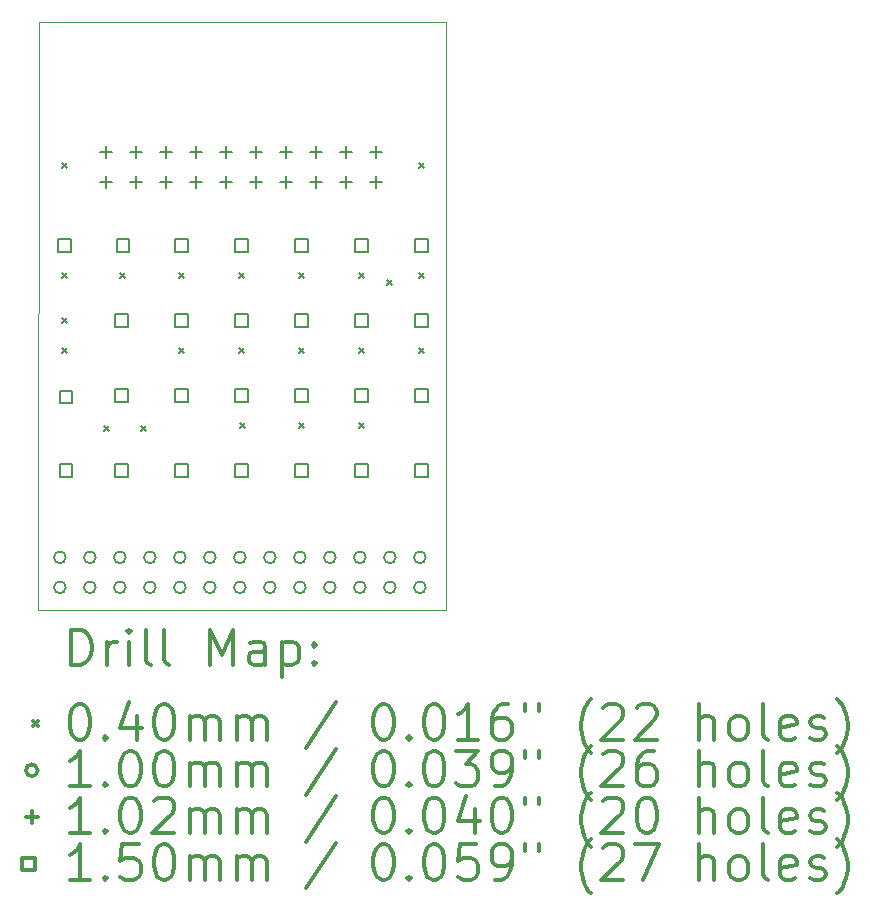
<source format=gbr>
%FSLAX45Y45*%
G04 Gerber Fmt 4.5, Leading zero omitted, Abs format (unit mm)*
G04 Created by KiCad (PCBNEW (5.1.4)-1) date 2019-12-12 19:58:21*
%MOMM*%
%LPD*%
G04 APERTURE LIST*
%ADD10C,0.050000*%
%ADD11C,0.200000*%
%ADD12C,0.300000*%
G04 APERTURE END LIST*
D10*
X1905000Y-1625600D02*
X5354300Y-1625600D01*
X5354300Y-1625600D02*
X5354300Y-6604000D01*
X1897400Y-6604000D02*
X5354300Y-6604000D01*
X1905000Y-1625600D02*
X1897400Y-6604000D01*
D11*
X2100900Y-2824800D02*
X2140900Y-2864800D01*
X2140900Y-2824800D02*
X2100900Y-2864800D01*
X2100900Y-3751900D02*
X2140900Y-3791900D01*
X2140900Y-3751900D02*
X2100900Y-3791900D01*
X2100900Y-4132900D02*
X2140900Y-4172900D01*
X2140900Y-4132900D02*
X2100900Y-4172900D01*
X2100900Y-4386900D02*
X2140900Y-4426900D01*
X2140900Y-4386900D02*
X2100900Y-4426900D01*
X2456500Y-5047300D02*
X2496500Y-5087300D01*
X2496500Y-5047300D02*
X2456500Y-5087300D01*
X2596200Y-3751900D02*
X2636200Y-3791900D01*
X2636200Y-3751900D02*
X2596200Y-3791900D01*
X2773500Y-5047800D02*
X2813500Y-5087800D01*
X2813500Y-5047800D02*
X2773500Y-5087800D01*
X3091500Y-3751900D02*
X3131500Y-3791900D01*
X3131500Y-3751900D02*
X3091500Y-3791900D01*
X3091500Y-4386900D02*
X3131500Y-4426900D01*
X3131500Y-4386900D02*
X3091500Y-4426900D01*
X3599500Y-3751900D02*
X3639500Y-3791900D01*
X3639500Y-3751900D02*
X3599500Y-3791900D01*
X3599500Y-4386900D02*
X3639500Y-4426900D01*
X3639500Y-4386900D02*
X3599500Y-4426900D01*
X3612200Y-5021900D02*
X3652200Y-5061900D01*
X3652200Y-5021900D02*
X3612200Y-5061900D01*
X4107500Y-3751900D02*
X4147500Y-3791900D01*
X4147500Y-3751900D02*
X4107500Y-3791900D01*
X4107500Y-4386900D02*
X4147500Y-4426900D01*
X4147500Y-4386900D02*
X4107500Y-4426900D01*
X4107500Y-5021900D02*
X4147500Y-5061900D01*
X4147500Y-5021900D02*
X4107500Y-5061900D01*
X4615500Y-3751900D02*
X4655500Y-3791900D01*
X4655500Y-3751900D02*
X4615500Y-3791900D01*
X4615500Y-4386900D02*
X4655500Y-4426900D01*
X4655500Y-4386900D02*
X4615500Y-4426900D01*
X4615500Y-5021900D02*
X4655500Y-5061900D01*
X4655500Y-5021900D02*
X4615500Y-5061900D01*
X4853500Y-3815400D02*
X4893500Y-3855400D01*
X4893500Y-3815400D02*
X4853500Y-3855400D01*
X5123500Y-2824800D02*
X5163500Y-2864800D01*
X5163500Y-2824800D02*
X5123500Y-2864800D01*
X5123500Y-3751900D02*
X5163500Y-3791900D01*
X5163500Y-3751900D02*
X5123500Y-3791900D01*
X5123500Y-4386900D02*
X5163500Y-4426900D01*
X5163500Y-4386900D02*
X5123500Y-4426900D01*
X2132800Y-6159500D02*
G75*
G03X2132800Y-6159500I-50000J0D01*
G01*
X2132800Y-6413500D02*
G75*
G03X2132800Y-6413500I-50000J0D01*
G01*
X2386800Y-6159500D02*
G75*
G03X2386800Y-6159500I-50000J0D01*
G01*
X2386800Y-6413500D02*
G75*
G03X2386800Y-6413500I-50000J0D01*
G01*
X2640800Y-6159500D02*
G75*
G03X2640800Y-6159500I-50000J0D01*
G01*
X2640800Y-6413500D02*
G75*
G03X2640800Y-6413500I-50000J0D01*
G01*
X2894800Y-6159500D02*
G75*
G03X2894800Y-6159500I-50000J0D01*
G01*
X2894800Y-6413500D02*
G75*
G03X2894800Y-6413500I-50000J0D01*
G01*
X3148800Y-6159500D02*
G75*
G03X3148800Y-6159500I-50000J0D01*
G01*
X3148800Y-6413500D02*
G75*
G03X3148800Y-6413500I-50000J0D01*
G01*
X3402800Y-6159500D02*
G75*
G03X3402800Y-6159500I-50000J0D01*
G01*
X3402800Y-6413500D02*
G75*
G03X3402800Y-6413500I-50000J0D01*
G01*
X3656800Y-6159500D02*
G75*
G03X3656800Y-6159500I-50000J0D01*
G01*
X3656800Y-6413500D02*
G75*
G03X3656800Y-6413500I-50000J0D01*
G01*
X3910800Y-6159500D02*
G75*
G03X3910800Y-6159500I-50000J0D01*
G01*
X3910800Y-6413500D02*
G75*
G03X3910800Y-6413500I-50000J0D01*
G01*
X4164800Y-6159500D02*
G75*
G03X4164800Y-6159500I-50000J0D01*
G01*
X4164800Y-6413500D02*
G75*
G03X4164800Y-6413500I-50000J0D01*
G01*
X4418800Y-6159500D02*
G75*
G03X4418800Y-6159500I-50000J0D01*
G01*
X4418800Y-6413500D02*
G75*
G03X4418800Y-6413500I-50000J0D01*
G01*
X4672800Y-6159500D02*
G75*
G03X4672800Y-6159500I-50000J0D01*
G01*
X4672800Y-6413500D02*
G75*
G03X4672800Y-6413500I-50000J0D01*
G01*
X4926800Y-6159500D02*
G75*
G03X4926800Y-6159500I-50000J0D01*
G01*
X4926800Y-6413500D02*
G75*
G03X4926800Y-6413500I-50000J0D01*
G01*
X5180800Y-6159500D02*
G75*
G03X5180800Y-6159500I-50000J0D01*
G01*
X5180800Y-6413500D02*
G75*
G03X5180800Y-6413500I-50000J0D01*
G01*
X2476500Y-2679700D02*
X2476500Y-2781300D01*
X2425700Y-2730500D02*
X2527300Y-2730500D01*
X2476500Y-2933700D02*
X2476500Y-3035300D01*
X2425700Y-2984500D02*
X2527300Y-2984500D01*
X2730500Y-2679700D02*
X2730500Y-2781300D01*
X2679700Y-2730500D02*
X2781300Y-2730500D01*
X2730500Y-2933700D02*
X2730500Y-3035300D01*
X2679700Y-2984500D02*
X2781300Y-2984500D01*
X2984500Y-2679700D02*
X2984500Y-2781300D01*
X2933700Y-2730500D02*
X3035300Y-2730500D01*
X2984500Y-2933700D02*
X2984500Y-3035300D01*
X2933700Y-2984500D02*
X3035300Y-2984500D01*
X3238500Y-2679700D02*
X3238500Y-2781300D01*
X3187700Y-2730500D02*
X3289300Y-2730500D01*
X3238500Y-2933700D02*
X3238500Y-3035300D01*
X3187700Y-2984500D02*
X3289300Y-2984500D01*
X3492500Y-2679700D02*
X3492500Y-2781300D01*
X3441700Y-2730500D02*
X3543300Y-2730500D01*
X3492500Y-2933700D02*
X3492500Y-3035300D01*
X3441700Y-2984500D02*
X3543300Y-2984500D01*
X3746500Y-2679700D02*
X3746500Y-2781300D01*
X3695700Y-2730500D02*
X3797300Y-2730500D01*
X3746500Y-2933700D02*
X3746500Y-3035300D01*
X3695700Y-2984500D02*
X3797300Y-2984500D01*
X4000500Y-2679700D02*
X4000500Y-2781300D01*
X3949700Y-2730500D02*
X4051300Y-2730500D01*
X4000500Y-2933700D02*
X4000500Y-3035300D01*
X3949700Y-2984500D02*
X4051300Y-2984500D01*
X4254500Y-2679700D02*
X4254500Y-2781300D01*
X4203700Y-2730500D02*
X4305300Y-2730500D01*
X4254500Y-2933700D02*
X4254500Y-3035300D01*
X4203700Y-2984500D02*
X4305300Y-2984500D01*
X4508500Y-2679700D02*
X4508500Y-2781300D01*
X4457700Y-2730500D02*
X4559300Y-2730500D01*
X4508500Y-2933700D02*
X4508500Y-3035300D01*
X4457700Y-2984500D02*
X4559300Y-2984500D01*
X4762500Y-2679700D02*
X4762500Y-2781300D01*
X4711700Y-2730500D02*
X4813300Y-2730500D01*
X4762500Y-2933700D02*
X4762500Y-3035300D01*
X4711700Y-2984500D02*
X4813300Y-2984500D01*
X4688534Y-4205934D02*
X4688534Y-4099866D01*
X4582467Y-4099866D01*
X4582467Y-4205934D01*
X4688534Y-4205934D01*
X2669234Y-3570933D02*
X2669234Y-3464866D01*
X2563167Y-3464866D01*
X2563167Y-3570933D01*
X2669234Y-3570933D01*
X2173934Y-3570933D02*
X2173934Y-3464866D01*
X2067866Y-3464866D01*
X2067866Y-3570933D01*
X2173934Y-3570933D01*
X2656534Y-4840934D02*
X2656534Y-4734867D01*
X2550467Y-4734867D01*
X2550467Y-4840934D01*
X2656534Y-4840934D01*
X3672533Y-5475934D02*
X3672533Y-5369867D01*
X3566466Y-5369867D01*
X3566466Y-5475934D01*
X3672533Y-5475934D01*
X4688534Y-5475934D02*
X4688534Y-5369867D01*
X4582467Y-5369867D01*
X4582467Y-5475934D01*
X4688534Y-5475934D01*
X2656534Y-4205934D02*
X2656534Y-4099866D01*
X2550467Y-4099866D01*
X2550467Y-4205934D01*
X2656534Y-4205934D01*
X2186634Y-5475934D02*
X2186634Y-5369867D01*
X2080566Y-5369867D01*
X2080566Y-5475934D01*
X2186634Y-5475934D01*
X4688534Y-4840934D02*
X4688534Y-4734867D01*
X4582467Y-4734867D01*
X4582467Y-4840934D01*
X4688534Y-4840934D01*
X4180533Y-3570933D02*
X4180533Y-3464866D01*
X4074466Y-3464866D01*
X4074466Y-3570933D01*
X4180533Y-3570933D01*
X5196534Y-5475934D02*
X5196534Y-5369867D01*
X5090467Y-5369867D01*
X5090467Y-5475934D01*
X5196534Y-5475934D01*
X3672533Y-4205934D02*
X3672533Y-4099866D01*
X3566466Y-4099866D01*
X3566466Y-4205934D01*
X3672533Y-4205934D01*
X4688534Y-3570933D02*
X4688534Y-3464866D01*
X4582467Y-3464866D01*
X4582467Y-3570933D01*
X4688534Y-3570933D01*
X3672533Y-4840934D02*
X3672533Y-4734867D01*
X3566466Y-4734867D01*
X3566466Y-4840934D01*
X3672533Y-4840934D01*
X4180533Y-5475934D02*
X4180533Y-5369867D01*
X4074466Y-5369867D01*
X4074466Y-5475934D01*
X4180533Y-5475934D01*
X4180533Y-4205934D02*
X4180533Y-4099866D01*
X4074466Y-4099866D01*
X4074466Y-4205934D01*
X4180533Y-4205934D01*
X2656534Y-5475934D02*
X2656534Y-5369867D01*
X2550467Y-5369867D01*
X2550467Y-5475934D01*
X2656534Y-5475934D01*
X5196534Y-4205934D02*
X5196534Y-4099866D01*
X5090467Y-4099866D01*
X5090467Y-4205934D01*
X5196534Y-4205934D01*
X3164533Y-4205934D02*
X3164533Y-4099866D01*
X3058466Y-4099866D01*
X3058466Y-4205934D01*
X3164533Y-4205934D01*
X3164533Y-4840934D02*
X3164533Y-4734867D01*
X3058466Y-4734867D01*
X3058466Y-4840934D01*
X3164533Y-4840934D01*
X3164533Y-3570933D02*
X3164533Y-3464866D01*
X3058466Y-3464866D01*
X3058466Y-3570933D01*
X3164533Y-3570933D01*
X3672533Y-3570933D02*
X3672533Y-3464866D01*
X3566466Y-3464866D01*
X3566466Y-3570933D01*
X3672533Y-3570933D01*
X5196534Y-3570933D02*
X5196534Y-3464866D01*
X5090467Y-3464866D01*
X5090467Y-3570933D01*
X5196534Y-3570933D01*
X4180533Y-4840934D02*
X4180533Y-4734867D01*
X4074466Y-4734867D01*
X4074466Y-4840934D01*
X4180533Y-4840934D01*
X3164533Y-5475934D02*
X3164533Y-5369867D01*
X3058466Y-5369867D01*
X3058466Y-5475934D01*
X3164533Y-5475934D01*
X2186634Y-4853634D02*
X2186634Y-4747567D01*
X2080566Y-4747567D01*
X2080566Y-4853634D01*
X2186634Y-4853634D01*
X5196534Y-4840934D02*
X5196534Y-4734867D01*
X5090467Y-4734867D01*
X5090467Y-4840934D01*
X5196534Y-4840934D01*
D12*
X2181328Y-7072214D02*
X2181328Y-6772214D01*
X2252757Y-6772214D01*
X2295614Y-6786500D01*
X2324186Y-6815071D01*
X2338471Y-6843643D01*
X2352757Y-6900786D01*
X2352757Y-6943643D01*
X2338471Y-7000786D01*
X2324186Y-7029357D01*
X2295614Y-7057929D01*
X2252757Y-7072214D01*
X2181328Y-7072214D01*
X2481328Y-7072214D02*
X2481328Y-6872214D01*
X2481328Y-6929357D02*
X2495614Y-6900786D01*
X2509900Y-6886500D01*
X2538471Y-6872214D01*
X2567043Y-6872214D01*
X2667043Y-7072214D02*
X2667043Y-6872214D01*
X2667043Y-6772214D02*
X2652757Y-6786500D01*
X2667043Y-6800786D01*
X2681328Y-6786500D01*
X2667043Y-6772214D01*
X2667043Y-6800786D01*
X2852757Y-7072214D02*
X2824186Y-7057929D01*
X2809900Y-7029357D01*
X2809900Y-6772214D01*
X3009900Y-7072214D02*
X2981328Y-7057929D01*
X2967043Y-7029357D01*
X2967043Y-6772214D01*
X3352757Y-7072214D02*
X3352757Y-6772214D01*
X3452757Y-6986500D01*
X3552757Y-6772214D01*
X3552757Y-7072214D01*
X3824186Y-7072214D02*
X3824186Y-6915071D01*
X3809900Y-6886500D01*
X3781328Y-6872214D01*
X3724186Y-6872214D01*
X3695614Y-6886500D01*
X3824186Y-7057929D02*
X3795614Y-7072214D01*
X3724186Y-7072214D01*
X3695614Y-7057929D01*
X3681328Y-7029357D01*
X3681328Y-7000786D01*
X3695614Y-6972214D01*
X3724186Y-6957929D01*
X3795614Y-6957929D01*
X3824186Y-6943643D01*
X3967043Y-6872214D02*
X3967043Y-7172214D01*
X3967043Y-6886500D02*
X3995614Y-6872214D01*
X4052757Y-6872214D01*
X4081328Y-6886500D01*
X4095614Y-6900786D01*
X4109900Y-6929357D01*
X4109900Y-7015071D01*
X4095614Y-7043643D01*
X4081328Y-7057929D01*
X4052757Y-7072214D01*
X3995614Y-7072214D01*
X3967043Y-7057929D01*
X4238471Y-7043643D02*
X4252757Y-7057929D01*
X4238471Y-7072214D01*
X4224186Y-7057929D01*
X4238471Y-7043643D01*
X4238471Y-7072214D01*
X4238471Y-6886500D02*
X4252757Y-6900786D01*
X4238471Y-6915071D01*
X4224186Y-6900786D01*
X4238471Y-6886500D01*
X4238471Y-6915071D01*
X1854900Y-7546500D02*
X1894900Y-7586500D01*
X1894900Y-7546500D02*
X1854900Y-7586500D01*
X2238471Y-7402214D02*
X2267043Y-7402214D01*
X2295614Y-7416500D01*
X2309900Y-7430786D01*
X2324186Y-7459357D01*
X2338471Y-7516500D01*
X2338471Y-7587929D01*
X2324186Y-7645071D01*
X2309900Y-7673643D01*
X2295614Y-7687929D01*
X2267043Y-7702214D01*
X2238471Y-7702214D01*
X2209900Y-7687929D01*
X2195614Y-7673643D01*
X2181328Y-7645071D01*
X2167043Y-7587929D01*
X2167043Y-7516500D01*
X2181328Y-7459357D01*
X2195614Y-7430786D01*
X2209900Y-7416500D01*
X2238471Y-7402214D01*
X2467043Y-7673643D02*
X2481328Y-7687929D01*
X2467043Y-7702214D01*
X2452757Y-7687929D01*
X2467043Y-7673643D01*
X2467043Y-7702214D01*
X2738471Y-7502214D02*
X2738471Y-7702214D01*
X2667043Y-7387929D02*
X2595614Y-7602214D01*
X2781328Y-7602214D01*
X2952757Y-7402214D02*
X2981328Y-7402214D01*
X3009900Y-7416500D01*
X3024186Y-7430786D01*
X3038471Y-7459357D01*
X3052757Y-7516500D01*
X3052757Y-7587929D01*
X3038471Y-7645071D01*
X3024186Y-7673643D01*
X3009900Y-7687929D01*
X2981328Y-7702214D01*
X2952757Y-7702214D01*
X2924186Y-7687929D01*
X2909900Y-7673643D01*
X2895614Y-7645071D01*
X2881328Y-7587929D01*
X2881328Y-7516500D01*
X2895614Y-7459357D01*
X2909900Y-7430786D01*
X2924186Y-7416500D01*
X2952757Y-7402214D01*
X3181328Y-7702214D02*
X3181328Y-7502214D01*
X3181328Y-7530786D02*
X3195614Y-7516500D01*
X3224186Y-7502214D01*
X3267043Y-7502214D01*
X3295614Y-7516500D01*
X3309900Y-7545071D01*
X3309900Y-7702214D01*
X3309900Y-7545071D02*
X3324186Y-7516500D01*
X3352757Y-7502214D01*
X3395614Y-7502214D01*
X3424186Y-7516500D01*
X3438471Y-7545071D01*
X3438471Y-7702214D01*
X3581328Y-7702214D02*
X3581328Y-7502214D01*
X3581328Y-7530786D02*
X3595614Y-7516500D01*
X3624186Y-7502214D01*
X3667043Y-7502214D01*
X3695614Y-7516500D01*
X3709900Y-7545071D01*
X3709900Y-7702214D01*
X3709900Y-7545071D02*
X3724186Y-7516500D01*
X3752757Y-7502214D01*
X3795614Y-7502214D01*
X3824186Y-7516500D01*
X3838471Y-7545071D01*
X3838471Y-7702214D01*
X4424186Y-7387929D02*
X4167043Y-7773643D01*
X4809900Y-7402214D02*
X4838471Y-7402214D01*
X4867043Y-7416500D01*
X4881328Y-7430786D01*
X4895614Y-7459357D01*
X4909900Y-7516500D01*
X4909900Y-7587929D01*
X4895614Y-7645071D01*
X4881328Y-7673643D01*
X4867043Y-7687929D01*
X4838471Y-7702214D01*
X4809900Y-7702214D01*
X4781328Y-7687929D01*
X4767043Y-7673643D01*
X4752757Y-7645071D01*
X4738471Y-7587929D01*
X4738471Y-7516500D01*
X4752757Y-7459357D01*
X4767043Y-7430786D01*
X4781328Y-7416500D01*
X4809900Y-7402214D01*
X5038471Y-7673643D02*
X5052757Y-7687929D01*
X5038471Y-7702214D01*
X5024186Y-7687929D01*
X5038471Y-7673643D01*
X5038471Y-7702214D01*
X5238471Y-7402214D02*
X5267043Y-7402214D01*
X5295614Y-7416500D01*
X5309900Y-7430786D01*
X5324186Y-7459357D01*
X5338471Y-7516500D01*
X5338471Y-7587929D01*
X5324186Y-7645071D01*
X5309900Y-7673643D01*
X5295614Y-7687929D01*
X5267043Y-7702214D01*
X5238471Y-7702214D01*
X5209900Y-7687929D01*
X5195614Y-7673643D01*
X5181328Y-7645071D01*
X5167043Y-7587929D01*
X5167043Y-7516500D01*
X5181328Y-7459357D01*
X5195614Y-7430786D01*
X5209900Y-7416500D01*
X5238471Y-7402214D01*
X5624186Y-7702214D02*
X5452757Y-7702214D01*
X5538471Y-7702214D02*
X5538471Y-7402214D01*
X5509900Y-7445071D01*
X5481328Y-7473643D01*
X5452757Y-7487929D01*
X5881328Y-7402214D02*
X5824186Y-7402214D01*
X5795614Y-7416500D01*
X5781328Y-7430786D01*
X5752757Y-7473643D01*
X5738471Y-7530786D01*
X5738471Y-7645071D01*
X5752757Y-7673643D01*
X5767043Y-7687929D01*
X5795614Y-7702214D01*
X5852757Y-7702214D01*
X5881328Y-7687929D01*
X5895614Y-7673643D01*
X5909900Y-7645071D01*
X5909900Y-7573643D01*
X5895614Y-7545071D01*
X5881328Y-7530786D01*
X5852757Y-7516500D01*
X5795614Y-7516500D01*
X5767043Y-7530786D01*
X5752757Y-7545071D01*
X5738471Y-7573643D01*
X6024186Y-7402214D02*
X6024186Y-7459357D01*
X6138471Y-7402214D02*
X6138471Y-7459357D01*
X6581328Y-7816500D02*
X6567043Y-7802214D01*
X6538471Y-7759357D01*
X6524186Y-7730786D01*
X6509900Y-7687929D01*
X6495614Y-7616500D01*
X6495614Y-7559357D01*
X6509900Y-7487929D01*
X6524186Y-7445071D01*
X6538471Y-7416500D01*
X6567043Y-7373643D01*
X6581328Y-7359357D01*
X6681328Y-7430786D02*
X6695614Y-7416500D01*
X6724186Y-7402214D01*
X6795614Y-7402214D01*
X6824186Y-7416500D01*
X6838471Y-7430786D01*
X6852757Y-7459357D01*
X6852757Y-7487929D01*
X6838471Y-7530786D01*
X6667043Y-7702214D01*
X6852757Y-7702214D01*
X6967043Y-7430786D02*
X6981328Y-7416500D01*
X7009900Y-7402214D01*
X7081328Y-7402214D01*
X7109900Y-7416500D01*
X7124186Y-7430786D01*
X7138471Y-7459357D01*
X7138471Y-7487929D01*
X7124186Y-7530786D01*
X6952757Y-7702214D01*
X7138471Y-7702214D01*
X7495614Y-7702214D02*
X7495614Y-7402214D01*
X7624186Y-7702214D02*
X7624186Y-7545071D01*
X7609900Y-7516500D01*
X7581328Y-7502214D01*
X7538471Y-7502214D01*
X7509900Y-7516500D01*
X7495614Y-7530786D01*
X7809900Y-7702214D02*
X7781328Y-7687929D01*
X7767043Y-7673643D01*
X7752757Y-7645071D01*
X7752757Y-7559357D01*
X7767043Y-7530786D01*
X7781328Y-7516500D01*
X7809900Y-7502214D01*
X7852757Y-7502214D01*
X7881328Y-7516500D01*
X7895614Y-7530786D01*
X7909900Y-7559357D01*
X7909900Y-7645071D01*
X7895614Y-7673643D01*
X7881328Y-7687929D01*
X7852757Y-7702214D01*
X7809900Y-7702214D01*
X8081328Y-7702214D02*
X8052757Y-7687929D01*
X8038471Y-7659357D01*
X8038471Y-7402214D01*
X8309900Y-7687929D02*
X8281328Y-7702214D01*
X8224186Y-7702214D01*
X8195614Y-7687929D01*
X8181328Y-7659357D01*
X8181328Y-7545071D01*
X8195614Y-7516500D01*
X8224186Y-7502214D01*
X8281328Y-7502214D01*
X8309900Y-7516500D01*
X8324186Y-7545071D01*
X8324186Y-7573643D01*
X8181328Y-7602214D01*
X8438471Y-7687929D02*
X8467043Y-7702214D01*
X8524186Y-7702214D01*
X8552757Y-7687929D01*
X8567043Y-7659357D01*
X8567043Y-7645071D01*
X8552757Y-7616500D01*
X8524186Y-7602214D01*
X8481328Y-7602214D01*
X8452757Y-7587929D01*
X8438471Y-7559357D01*
X8438471Y-7545071D01*
X8452757Y-7516500D01*
X8481328Y-7502214D01*
X8524186Y-7502214D01*
X8552757Y-7516500D01*
X8667043Y-7816500D02*
X8681328Y-7802214D01*
X8709900Y-7759357D01*
X8724186Y-7730786D01*
X8738471Y-7687929D01*
X8752757Y-7616500D01*
X8752757Y-7559357D01*
X8738471Y-7487929D01*
X8724186Y-7445071D01*
X8709900Y-7416500D01*
X8681328Y-7373643D01*
X8667043Y-7359357D01*
X1894900Y-7962500D02*
G75*
G03X1894900Y-7962500I-50000J0D01*
G01*
X2338471Y-8098214D02*
X2167043Y-8098214D01*
X2252757Y-8098214D02*
X2252757Y-7798214D01*
X2224186Y-7841071D01*
X2195614Y-7869643D01*
X2167043Y-7883929D01*
X2467043Y-8069643D02*
X2481328Y-8083929D01*
X2467043Y-8098214D01*
X2452757Y-8083929D01*
X2467043Y-8069643D01*
X2467043Y-8098214D01*
X2667043Y-7798214D02*
X2695614Y-7798214D01*
X2724186Y-7812500D01*
X2738471Y-7826786D01*
X2752757Y-7855357D01*
X2767043Y-7912500D01*
X2767043Y-7983929D01*
X2752757Y-8041071D01*
X2738471Y-8069643D01*
X2724186Y-8083929D01*
X2695614Y-8098214D01*
X2667043Y-8098214D01*
X2638471Y-8083929D01*
X2624186Y-8069643D01*
X2609900Y-8041071D01*
X2595614Y-7983929D01*
X2595614Y-7912500D01*
X2609900Y-7855357D01*
X2624186Y-7826786D01*
X2638471Y-7812500D01*
X2667043Y-7798214D01*
X2952757Y-7798214D02*
X2981328Y-7798214D01*
X3009900Y-7812500D01*
X3024186Y-7826786D01*
X3038471Y-7855357D01*
X3052757Y-7912500D01*
X3052757Y-7983929D01*
X3038471Y-8041071D01*
X3024186Y-8069643D01*
X3009900Y-8083929D01*
X2981328Y-8098214D01*
X2952757Y-8098214D01*
X2924186Y-8083929D01*
X2909900Y-8069643D01*
X2895614Y-8041071D01*
X2881328Y-7983929D01*
X2881328Y-7912500D01*
X2895614Y-7855357D01*
X2909900Y-7826786D01*
X2924186Y-7812500D01*
X2952757Y-7798214D01*
X3181328Y-8098214D02*
X3181328Y-7898214D01*
X3181328Y-7926786D02*
X3195614Y-7912500D01*
X3224186Y-7898214D01*
X3267043Y-7898214D01*
X3295614Y-7912500D01*
X3309900Y-7941071D01*
X3309900Y-8098214D01*
X3309900Y-7941071D02*
X3324186Y-7912500D01*
X3352757Y-7898214D01*
X3395614Y-7898214D01*
X3424186Y-7912500D01*
X3438471Y-7941071D01*
X3438471Y-8098214D01*
X3581328Y-8098214D02*
X3581328Y-7898214D01*
X3581328Y-7926786D02*
X3595614Y-7912500D01*
X3624186Y-7898214D01*
X3667043Y-7898214D01*
X3695614Y-7912500D01*
X3709900Y-7941071D01*
X3709900Y-8098214D01*
X3709900Y-7941071D02*
X3724186Y-7912500D01*
X3752757Y-7898214D01*
X3795614Y-7898214D01*
X3824186Y-7912500D01*
X3838471Y-7941071D01*
X3838471Y-8098214D01*
X4424186Y-7783929D02*
X4167043Y-8169643D01*
X4809900Y-7798214D02*
X4838471Y-7798214D01*
X4867043Y-7812500D01*
X4881328Y-7826786D01*
X4895614Y-7855357D01*
X4909900Y-7912500D01*
X4909900Y-7983929D01*
X4895614Y-8041071D01*
X4881328Y-8069643D01*
X4867043Y-8083929D01*
X4838471Y-8098214D01*
X4809900Y-8098214D01*
X4781328Y-8083929D01*
X4767043Y-8069643D01*
X4752757Y-8041071D01*
X4738471Y-7983929D01*
X4738471Y-7912500D01*
X4752757Y-7855357D01*
X4767043Y-7826786D01*
X4781328Y-7812500D01*
X4809900Y-7798214D01*
X5038471Y-8069643D02*
X5052757Y-8083929D01*
X5038471Y-8098214D01*
X5024186Y-8083929D01*
X5038471Y-8069643D01*
X5038471Y-8098214D01*
X5238471Y-7798214D02*
X5267043Y-7798214D01*
X5295614Y-7812500D01*
X5309900Y-7826786D01*
X5324186Y-7855357D01*
X5338471Y-7912500D01*
X5338471Y-7983929D01*
X5324186Y-8041071D01*
X5309900Y-8069643D01*
X5295614Y-8083929D01*
X5267043Y-8098214D01*
X5238471Y-8098214D01*
X5209900Y-8083929D01*
X5195614Y-8069643D01*
X5181328Y-8041071D01*
X5167043Y-7983929D01*
X5167043Y-7912500D01*
X5181328Y-7855357D01*
X5195614Y-7826786D01*
X5209900Y-7812500D01*
X5238471Y-7798214D01*
X5438471Y-7798214D02*
X5624186Y-7798214D01*
X5524186Y-7912500D01*
X5567043Y-7912500D01*
X5595614Y-7926786D01*
X5609900Y-7941071D01*
X5624186Y-7969643D01*
X5624186Y-8041071D01*
X5609900Y-8069643D01*
X5595614Y-8083929D01*
X5567043Y-8098214D01*
X5481328Y-8098214D01*
X5452757Y-8083929D01*
X5438471Y-8069643D01*
X5767043Y-8098214D02*
X5824186Y-8098214D01*
X5852757Y-8083929D01*
X5867043Y-8069643D01*
X5895614Y-8026786D01*
X5909900Y-7969643D01*
X5909900Y-7855357D01*
X5895614Y-7826786D01*
X5881328Y-7812500D01*
X5852757Y-7798214D01*
X5795614Y-7798214D01*
X5767043Y-7812500D01*
X5752757Y-7826786D01*
X5738471Y-7855357D01*
X5738471Y-7926786D01*
X5752757Y-7955357D01*
X5767043Y-7969643D01*
X5795614Y-7983929D01*
X5852757Y-7983929D01*
X5881328Y-7969643D01*
X5895614Y-7955357D01*
X5909900Y-7926786D01*
X6024186Y-7798214D02*
X6024186Y-7855357D01*
X6138471Y-7798214D02*
X6138471Y-7855357D01*
X6581328Y-8212500D02*
X6567043Y-8198214D01*
X6538471Y-8155357D01*
X6524186Y-8126786D01*
X6509900Y-8083929D01*
X6495614Y-8012500D01*
X6495614Y-7955357D01*
X6509900Y-7883929D01*
X6524186Y-7841071D01*
X6538471Y-7812500D01*
X6567043Y-7769643D01*
X6581328Y-7755357D01*
X6681328Y-7826786D02*
X6695614Y-7812500D01*
X6724186Y-7798214D01*
X6795614Y-7798214D01*
X6824186Y-7812500D01*
X6838471Y-7826786D01*
X6852757Y-7855357D01*
X6852757Y-7883929D01*
X6838471Y-7926786D01*
X6667043Y-8098214D01*
X6852757Y-8098214D01*
X7109900Y-7798214D02*
X7052757Y-7798214D01*
X7024186Y-7812500D01*
X7009900Y-7826786D01*
X6981328Y-7869643D01*
X6967043Y-7926786D01*
X6967043Y-8041071D01*
X6981328Y-8069643D01*
X6995614Y-8083929D01*
X7024186Y-8098214D01*
X7081328Y-8098214D01*
X7109900Y-8083929D01*
X7124186Y-8069643D01*
X7138471Y-8041071D01*
X7138471Y-7969643D01*
X7124186Y-7941071D01*
X7109900Y-7926786D01*
X7081328Y-7912500D01*
X7024186Y-7912500D01*
X6995614Y-7926786D01*
X6981328Y-7941071D01*
X6967043Y-7969643D01*
X7495614Y-8098214D02*
X7495614Y-7798214D01*
X7624186Y-8098214D02*
X7624186Y-7941071D01*
X7609900Y-7912500D01*
X7581328Y-7898214D01*
X7538471Y-7898214D01*
X7509900Y-7912500D01*
X7495614Y-7926786D01*
X7809900Y-8098214D02*
X7781328Y-8083929D01*
X7767043Y-8069643D01*
X7752757Y-8041071D01*
X7752757Y-7955357D01*
X7767043Y-7926786D01*
X7781328Y-7912500D01*
X7809900Y-7898214D01*
X7852757Y-7898214D01*
X7881328Y-7912500D01*
X7895614Y-7926786D01*
X7909900Y-7955357D01*
X7909900Y-8041071D01*
X7895614Y-8069643D01*
X7881328Y-8083929D01*
X7852757Y-8098214D01*
X7809900Y-8098214D01*
X8081328Y-8098214D02*
X8052757Y-8083929D01*
X8038471Y-8055357D01*
X8038471Y-7798214D01*
X8309900Y-8083929D02*
X8281328Y-8098214D01*
X8224186Y-8098214D01*
X8195614Y-8083929D01*
X8181328Y-8055357D01*
X8181328Y-7941071D01*
X8195614Y-7912500D01*
X8224186Y-7898214D01*
X8281328Y-7898214D01*
X8309900Y-7912500D01*
X8324186Y-7941071D01*
X8324186Y-7969643D01*
X8181328Y-7998214D01*
X8438471Y-8083929D02*
X8467043Y-8098214D01*
X8524186Y-8098214D01*
X8552757Y-8083929D01*
X8567043Y-8055357D01*
X8567043Y-8041071D01*
X8552757Y-8012500D01*
X8524186Y-7998214D01*
X8481328Y-7998214D01*
X8452757Y-7983929D01*
X8438471Y-7955357D01*
X8438471Y-7941071D01*
X8452757Y-7912500D01*
X8481328Y-7898214D01*
X8524186Y-7898214D01*
X8552757Y-7912500D01*
X8667043Y-8212500D02*
X8681328Y-8198214D01*
X8709900Y-8155357D01*
X8724186Y-8126786D01*
X8738471Y-8083929D01*
X8752757Y-8012500D01*
X8752757Y-7955357D01*
X8738471Y-7883929D01*
X8724186Y-7841071D01*
X8709900Y-7812500D01*
X8681328Y-7769643D01*
X8667043Y-7755357D01*
X1844100Y-8307700D02*
X1844100Y-8409300D01*
X1793300Y-8358500D02*
X1894900Y-8358500D01*
X2338471Y-8494214D02*
X2167043Y-8494214D01*
X2252757Y-8494214D02*
X2252757Y-8194214D01*
X2224186Y-8237071D01*
X2195614Y-8265643D01*
X2167043Y-8279929D01*
X2467043Y-8465643D02*
X2481328Y-8479929D01*
X2467043Y-8494214D01*
X2452757Y-8479929D01*
X2467043Y-8465643D01*
X2467043Y-8494214D01*
X2667043Y-8194214D02*
X2695614Y-8194214D01*
X2724186Y-8208500D01*
X2738471Y-8222786D01*
X2752757Y-8251357D01*
X2767043Y-8308500D01*
X2767043Y-8379929D01*
X2752757Y-8437072D01*
X2738471Y-8465643D01*
X2724186Y-8479929D01*
X2695614Y-8494214D01*
X2667043Y-8494214D01*
X2638471Y-8479929D01*
X2624186Y-8465643D01*
X2609900Y-8437072D01*
X2595614Y-8379929D01*
X2595614Y-8308500D01*
X2609900Y-8251357D01*
X2624186Y-8222786D01*
X2638471Y-8208500D01*
X2667043Y-8194214D01*
X2881328Y-8222786D02*
X2895614Y-8208500D01*
X2924186Y-8194214D01*
X2995614Y-8194214D01*
X3024186Y-8208500D01*
X3038471Y-8222786D01*
X3052757Y-8251357D01*
X3052757Y-8279929D01*
X3038471Y-8322786D01*
X2867043Y-8494214D01*
X3052757Y-8494214D01*
X3181328Y-8494214D02*
X3181328Y-8294214D01*
X3181328Y-8322786D02*
X3195614Y-8308500D01*
X3224186Y-8294214D01*
X3267043Y-8294214D01*
X3295614Y-8308500D01*
X3309900Y-8337071D01*
X3309900Y-8494214D01*
X3309900Y-8337071D02*
X3324186Y-8308500D01*
X3352757Y-8294214D01*
X3395614Y-8294214D01*
X3424186Y-8308500D01*
X3438471Y-8337071D01*
X3438471Y-8494214D01*
X3581328Y-8494214D02*
X3581328Y-8294214D01*
X3581328Y-8322786D02*
X3595614Y-8308500D01*
X3624186Y-8294214D01*
X3667043Y-8294214D01*
X3695614Y-8308500D01*
X3709900Y-8337071D01*
X3709900Y-8494214D01*
X3709900Y-8337071D02*
X3724186Y-8308500D01*
X3752757Y-8294214D01*
X3795614Y-8294214D01*
X3824186Y-8308500D01*
X3838471Y-8337071D01*
X3838471Y-8494214D01*
X4424186Y-8179929D02*
X4167043Y-8565643D01*
X4809900Y-8194214D02*
X4838471Y-8194214D01*
X4867043Y-8208500D01*
X4881328Y-8222786D01*
X4895614Y-8251357D01*
X4909900Y-8308500D01*
X4909900Y-8379929D01*
X4895614Y-8437072D01*
X4881328Y-8465643D01*
X4867043Y-8479929D01*
X4838471Y-8494214D01*
X4809900Y-8494214D01*
X4781328Y-8479929D01*
X4767043Y-8465643D01*
X4752757Y-8437072D01*
X4738471Y-8379929D01*
X4738471Y-8308500D01*
X4752757Y-8251357D01*
X4767043Y-8222786D01*
X4781328Y-8208500D01*
X4809900Y-8194214D01*
X5038471Y-8465643D02*
X5052757Y-8479929D01*
X5038471Y-8494214D01*
X5024186Y-8479929D01*
X5038471Y-8465643D01*
X5038471Y-8494214D01*
X5238471Y-8194214D02*
X5267043Y-8194214D01*
X5295614Y-8208500D01*
X5309900Y-8222786D01*
X5324186Y-8251357D01*
X5338471Y-8308500D01*
X5338471Y-8379929D01*
X5324186Y-8437072D01*
X5309900Y-8465643D01*
X5295614Y-8479929D01*
X5267043Y-8494214D01*
X5238471Y-8494214D01*
X5209900Y-8479929D01*
X5195614Y-8465643D01*
X5181328Y-8437072D01*
X5167043Y-8379929D01*
X5167043Y-8308500D01*
X5181328Y-8251357D01*
X5195614Y-8222786D01*
X5209900Y-8208500D01*
X5238471Y-8194214D01*
X5595614Y-8294214D02*
X5595614Y-8494214D01*
X5524186Y-8179929D02*
X5452757Y-8394214D01*
X5638471Y-8394214D01*
X5809900Y-8194214D02*
X5838471Y-8194214D01*
X5867043Y-8208500D01*
X5881328Y-8222786D01*
X5895614Y-8251357D01*
X5909900Y-8308500D01*
X5909900Y-8379929D01*
X5895614Y-8437072D01*
X5881328Y-8465643D01*
X5867043Y-8479929D01*
X5838471Y-8494214D01*
X5809900Y-8494214D01*
X5781328Y-8479929D01*
X5767043Y-8465643D01*
X5752757Y-8437072D01*
X5738471Y-8379929D01*
X5738471Y-8308500D01*
X5752757Y-8251357D01*
X5767043Y-8222786D01*
X5781328Y-8208500D01*
X5809900Y-8194214D01*
X6024186Y-8194214D02*
X6024186Y-8251357D01*
X6138471Y-8194214D02*
X6138471Y-8251357D01*
X6581328Y-8608500D02*
X6567043Y-8594214D01*
X6538471Y-8551357D01*
X6524186Y-8522786D01*
X6509900Y-8479929D01*
X6495614Y-8408500D01*
X6495614Y-8351357D01*
X6509900Y-8279929D01*
X6524186Y-8237071D01*
X6538471Y-8208500D01*
X6567043Y-8165643D01*
X6581328Y-8151357D01*
X6681328Y-8222786D02*
X6695614Y-8208500D01*
X6724186Y-8194214D01*
X6795614Y-8194214D01*
X6824186Y-8208500D01*
X6838471Y-8222786D01*
X6852757Y-8251357D01*
X6852757Y-8279929D01*
X6838471Y-8322786D01*
X6667043Y-8494214D01*
X6852757Y-8494214D01*
X7038471Y-8194214D02*
X7067043Y-8194214D01*
X7095614Y-8208500D01*
X7109900Y-8222786D01*
X7124186Y-8251357D01*
X7138471Y-8308500D01*
X7138471Y-8379929D01*
X7124186Y-8437072D01*
X7109900Y-8465643D01*
X7095614Y-8479929D01*
X7067043Y-8494214D01*
X7038471Y-8494214D01*
X7009900Y-8479929D01*
X6995614Y-8465643D01*
X6981328Y-8437072D01*
X6967043Y-8379929D01*
X6967043Y-8308500D01*
X6981328Y-8251357D01*
X6995614Y-8222786D01*
X7009900Y-8208500D01*
X7038471Y-8194214D01*
X7495614Y-8494214D02*
X7495614Y-8194214D01*
X7624186Y-8494214D02*
X7624186Y-8337071D01*
X7609900Y-8308500D01*
X7581328Y-8294214D01*
X7538471Y-8294214D01*
X7509900Y-8308500D01*
X7495614Y-8322786D01*
X7809900Y-8494214D02*
X7781328Y-8479929D01*
X7767043Y-8465643D01*
X7752757Y-8437072D01*
X7752757Y-8351357D01*
X7767043Y-8322786D01*
X7781328Y-8308500D01*
X7809900Y-8294214D01*
X7852757Y-8294214D01*
X7881328Y-8308500D01*
X7895614Y-8322786D01*
X7909900Y-8351357D01*
X7909900Y-8437072D01*
X7895614Y-8465643D01*
X7881328Y-8479929D01*
X7852757Y-8494214D01*
X7809900Y-8494214D01*
X8081328Y-8494214D02*
X8052757Y-8479929D01*
X8038471Y-8451357D01*
X8038471Y-8194214D01*
X8309900Y-8479929D02*
X8281328Y-8494214D01*
X8224186Y-8494214D01*
X8195614Y-8479929D01*
X8181328Y-8451357D01*
X8181328Y-8337071D01*
X8195614Y-8308500D01*
X8224186Y-8294214D01*
X8281328Y-8294214D01*
X8309900Y-8308500D01*
X8324186Y-8337071D01*
X8324186Y-8365643D01*
X8181328Y-8394214D01*
X8438471Y-8479929D02*
X8467043Y-8494214D01*
X8524186Y-8494214D01*
X8552757Y-8479929D01*
X8567043Y-8451357D01*
X8567043Y-8437072D01*
X8552757Y-8408500D01*
X8524186Y-8394214D01*
X8481328Y-8394214D01*
X8452757Y-8379929D01*
X8438471Y-8351357D01*
X8438471Y-8337071D01*
X8452757Y-8308500D01*
X8481328Y-8294214D01*
X8524186Y-8294214D01*
X8552757Y-8308500D01*
X8667043Y-8608500D02*
X8681328Y-8594214D01*
X8709900Y-8551357D01*
X8724186Y-8522786D01*
X8738471Y-8479929D01*
X8752757Y-8408500D01*
X8752757Y-8351357D01*
X8738471Y-8279929D01*
X8724186Y-8237071D01*
X8709900Y-8208500D01*
X8681328Y-8165643D01*
X8667043Y-8151357D01*
X1872933Y-8807534D02*
X1872933Y-8701467D01*
X1766866Y-8701467D01*
X1766866Y-8807534D01*
X1872933Y-8807534D01*
X2338471Y-8890214D02*
X2167043Y-8890214D01*
X2252757Y-8890214D02*
X2252757Y-8590214D01*
X2224186Y-8633072D01*
X2195614Y-8661643D01*
X2167043Y-8675929D01*
X2467043Y-8861643D02*
X2481328Y-8875929D01*
X2467043Y-8890214D01*
X2452757Y-8875929D01*
X2467043Y-8861643D01*
X2467043Y-8890214D01*
X2752757Y-8590214D02*
X2609900Y-8590214D01*
X2595614Y-8733072D01*
X2609900Y-8718786D01*
X2638471Y-8704500D01*
X2709900Y-8704500D01*
X2738471Y-8718786D01*
X2752757Y-8733072D01*
X2767043Y-8761643D01*
X2767043Y-8833072D01*
X2752757Y-8861643D01*
X2738471Y-8875929D01*
X2709900Y-8890214D01*
X2638471Y-8890214D01*
X2609900Y-8875929D01*
X2595614Y-8861643D01*
X2952757Y-8590214D02*
X2981328Y-8590214D01*
X3009900Y-8604500D01*
X3024186Y-8618786D01*
X3038471Y-8647357D01*
X3052757Y-8704500D01*
X3052757Y-8775929D01*
X3038471Y-8833072D01*
X3024186Y-8861643D01*
X3009900Y-8875929D01*
X2981328Y-8890214D01*
X2952757Y-8890214D01*
X2924186Y-8875929D01*
X2909900Y-8861643D01*
X2895614Y-8833072D01*
X2881328Y-8775929D01*
X2881328Y-8704500D01*
X2895614Y-8647357D01*
X2909900Y-8618786D01*
X2924186Y-8604500D01*
X2952757Y-8590214D01*
X3181328Y-8890214D02*
X3181328Y-8690214D01*
X3181328Y-8718786D02*
X3195614Y-8704500D01*
X3224186Y-8690214D01*
X3267043Y-8690214D01*
X3295614Y-8704500D01*
X3309900Y-8733072D01*
X3309900Y-8890214D01*
X3309900Y-8733072D02*
X3324186Y-8704500D01*
X3352757Y-8690214D01*
X3395614Y-8690214D01*
X3424186Y-8704500D01*
X3438471Y-8733072D01*
X3438471Y-8890214D01*
X3581328Y-8890214D02*
X3581328Y-8690214D01*
X3581328Y-8718786D02*
X3595614Y-8704500D01*
X3624186Y-8690214D01*
X3667043Y-8690214D01*
X3695614Y-8704500D01*
X3709900Y-8733072D01*
X3709900Y-8890214D01*
X3709900Y-8733072D02*
X3724186Y-8704500D01*
X3752757Y-8690214D01*
X3795614Y-8690214D01*
X3824186Y-8704500D01*
X3838471Y-8733072D01*
X3838471Y-8890214D01*
X4424186Y-8575929D02*
X4167043Y-8961643D01*
X4809900Y-8590214D02*
X4838471Y-8590214D01*
X4867043Y-8604500D01*
X4881328Y-8618786D01*
X4895614Y-8647357D01*
X4909900Y-8704500D01*
X4909900Y-8775929D01*
X4895614Y-8833072D01*
X4881328Y-8861643D01*
X4867043Y-8875929D01*
X4838471Y-8890214D01*
X4809900Y-8890214D01*
X4781328Y-8875929D01*
X4767043Y-8861643D01*
X4752757Y-8833072D01*
X4738471Y-8775929D01*
X4738471Y-8704500D01*
X4752757Y-8647357D01*
X4767043Y-8618786D01*
X4781328Y-8604500D01*
X4809900Y-8590214D01*
X5038471Y-8861643D02*
X5052757Y-8875929D01*
X5038471Y-8890214D01*
X5024186Y-8875929D01*
X5038471Y-8861643D01*
X5038471Y-8890214D01*
X5238471Y-8590214D02*
X5267043Y-8590214D01*
X5295614Y-8604500D01*
X5309900Y-8618786D01*
X5324186Y-8647357D01*
X5338471Y-8704500D01*
X5338471Y-8775929D01*
X5324186Y-8833072D01*
X5309900Y-8861643D01*
X5295614Y-8875929D01*
X5267043Y-8890214D01*
X5238471Y-8890214D01*
X5209900Y-8875929D01*
X5195614Y-8861643D01*
X5181328Y-8833072D01*
X5167043Y-8775929D01*
X5167043Y-8704500D01*
X5181328Y-8647357D01*
X5195614Y-8618786D01*
X5209900Y-8604500D01*
X5238471Y-8590214D01*
X5609900Y-8590214D02*
X5467043Y-8590214D01*
X5452757Y-8733072D01*
X5467043Y-8718786D01*
X5495614Y-8704500D01*
X5567043Y-8704500D01*
X5595614Y-8718786D01*
X5609900Y-8733072D01*
X5624186Y-8761643D01*
X5624186Y-8833072D01*
X5609900Y-8861643D01*
X5595614Y-8875929D01*
X5567043Y-8890214D01*
X5495614Y-8890214D01*
X5467043Y-8875929D01*
X5452757Y-8861643D01*
X5767043Y-8890214D02*
X5824186Y-8890214D01*
X5852757Y-8875929D01*
X5867043Y-8861643D01*
X5895614Y-8818786D01*
X5909900Y-8761643D01*
X5909900Y-8647357D01*
X5895614Y-8618786D01*
X5881328Y-8604500D01*
X5852757Y-8590214D01*
X5795614Y-8590214D01*
X5767043Y-8604500D01*
X5752757Y-8618786D01*
X5738471Y-8647357D01*
X5738471Y-8718786D01*
X5752757Y-8747357D01*
X5767043Y-8761643D01*
X5795614Y-8775929D01*
X5852757Y-8775929D01*
X5881328Y-8761643D01*
X5895614Y-8747357D01*
X5909900Y-8718786D01*
X6024186Y-8590214D02*
X6024186Y-8647357D01*
X6138471Y-8590214D02*
X6138471Y-8647357D01*
X6581328Y-9004500D02*
X6567043Y-8990214D01*
X6538471Y-8947357D01*
X6524186Y-8918786D01*
X6509900Y-8875929D01*
X6495614Y-8804500D01*
X6495614Y-8747357D01*
X6509900Y-8675929D01*
X6524186Y-8633072D01*
X6538471Y-8604500D01*
X6567043Y-8561643D01*
X6581328Y-8547357D01*
X6681328Y-8618786D02*
X6695614Y-8604500D01*
X6724186Y-8590214D01*
X6795614Y-8590214D01*
X6824186Y-8604500D01*
X6838471Y-8618786D01*
X6852757Y-8647357D01*
X6852757Y-8675929D01*
X6838471Y-8718786D01*
X6667043Y-8890214D01*
X6852757Y-8890214D01*
X6952757Y-8590214D02*
X7152757Y-8590214D01*
X7024186Y-8890214D01*
X7495614Y-8890214D02*
X7495614Y-8590214D01*
X7624186Y-8890214D02*
X7624186Y-8733072D01*
X7609900Y-8704500D01*
X7581328Y-8690214D01*
X7538471Y-8690214D01*
X7509900Y-8704500D01*
X7495614Y-8718786D01*
X7809900Y-8890214D02*
X7781328Y-8875929D01*
X7767043Y-8861643D01*
X7752757Y-8833072D01*
X7752757Y-8747357D01*
X7767043Y-8718786D01*
X7781328Y-8704500D01*
X7809900Y-8690214D01*
X7852757Y-8690214D01*
X7881328Y-8704500D01*
X7895614Y-8718786D01*
X7909900Y-8747357D01*
X7909900Y-8833072D01*
X7895614Y-8861643D01*
X7881328Y-8875929D01*
X7852757Y-8890214D01*
X7809900Y-8890214D01*
X8081328Y-8890214D02*
X8052757Y-8875929D01*
X8038471Y-8847357D01*
X8038471Y-8590214D01*
X8309900Y-8875929D02*
X8281328Y-8890214D01*
X8224186Y-8890214D01*
X8195614Y-8875929D01*
X8181328Y-8847357D01*
X8181328Y-8733072D01*
X8195614Y-8704500D01*
X8224186Y-8690214D01*
X8281328Y-8690214D01*
X8309900Y-8704500D01*
X8324186Y-8733072D01*
X8324186Y-8761643D01*
X8181328Y-8790214D01*
X8438471Y-8875929D02*
X8467043Y-8890214D01*
X8524186Y-8890214D01*
X8552757Y-8875929D01*
X8567043Y-8847357D01*
X8567043Y-8833072D01*
X8552757Y-8804500D01*
X8524186Y-8790214D01*
X8481328Y-8790214D01*
X8452757Y-8775929D01*
X8438471Y-8747357D01*
X8438471Y-8733072D01*
X8452757Y-8704500D01*
X8481328Y-8690214D01*
X8524186Y-8690214D01*
X8552757Y-8704500D01*
X8667043Y-9004500D02*
X8681328Y-8990214D01*
X8709900Y-8947357D01*
X8724186Y-8918786D01*
X8738471Y-8875929D01*
X8752757Y-8804500D01*
X8752757Y-8747357D01*
X8738471Y-8675929D01*
X8724186Y-8633072D01*
X8709900Y-8604500D01*
X8681328Y-8561643D01*
X8667043Y-8547357D01*
M02*

</source>
